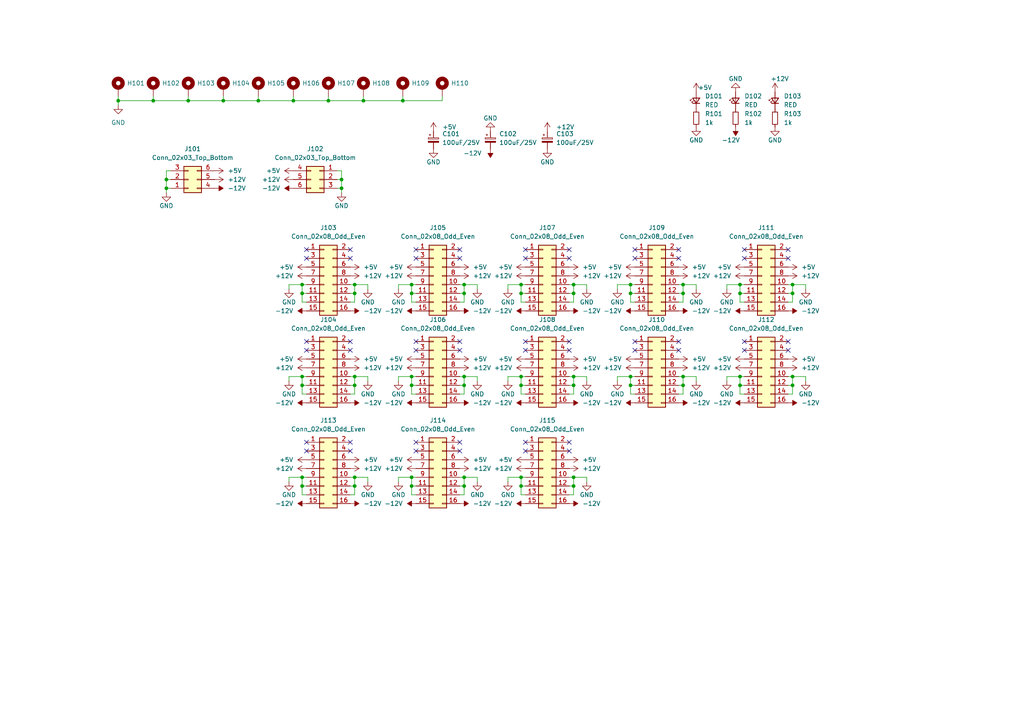
<source format=kicad_sch>
(kicad_sch (version 20230121) (generator eeschema)
  (paper "A4")
  (lib_symbols
    (symbol "Connector_Generic:Conn_02x03_Top_Bottom" (pin_names (offset 1.016) hide)
      (property "Reference" "J" (at 1.27 5.08 0))
      (property "Value" "Conn_02x03_Top_Bottom" (at 1.27 -5.08 0))
      (symbol "Conn_02x03_Top_Bottom_1_1"
        (rectangle (start -1.27 -2.413) (end 0 -2.667) (stroke (width 0.1524)))
        (rectangle (start -1.27 0.127) (end 0 -0.127) (stroke (width 0.1524)))
        (rectangle (start -1.27 2.667) (end 0 2.413) (stroke (width 0.1524)))
        (rectangle (start -1.27 3.81) (end 3.81 -3.81) (stroke (width 0.254)) (fill (type background)))
        (rectangle (start 3.81 -2.413) (end 2.54 -2.667) (stroke (width 0.1524)))
        (rectangle (start 3.81 0.127) (end 2.54 -0.127) (stroke (width 0.1524)))
        (rectangle (start 3.81 2.667) (end 2.54 2.413) (stroke (width 0.1524)))
        (pin passive line (at -5.08 2.54 0) (length 3.81) (name "Pin_1") (number "1"))
        (pin passive line (at -5.08 0 0) (length 3.81) (name "Pin_2") (number "2"))
        (pin passive line (at -5.08 -2.54 0) (length 3.81) (name "Pin_3") (number "3"))
        (pin passive line (at 7.62 2.54 180) (length 3.81) (name "Pin_4") (number "4"))
        (pin passive line (at 7.62 0 180) (length 3.81) (name "Pin_5") (number "5"))
        (pin passive line (at 7.62 -2.54 180) (length 3.81) (name "Pin_6") (number "6"))
      )
    )
    (symbol "Connector_Generic:Conn_02x08_Odd_Even" (pin_names (offset 1.016) hide)
      (property "Reference" "J" (at 1.27 10.16 0))
      (property "Value" "Conn_02x08_Odd_Even" (at 1.27 -12.7 0))
      (symbol "Conn_02x08_Odd_Even_1_1"
        (rectangle (start -1.27 -10.033) (end 0 -10.287) (stroke (width 0.1524)))
        (rectangle (start -1.27 -7.493) (end 0 -7.747) (stroke (width 0.1524)))
        (rectangle (start -1.27 -4.953) (end 0 -5.207) (stroke (width 0.1524)))
        (rectangle (start -1.27 -2.413) (end 0 -2.667) (stroke (width 0.1524)))
        (rectangle (start -1.27 0.127) (end 0 -0.127) (stroke (width 0.1524)))
        (rectangle (start -1.27 2.667) (end 0 2.413) (stroke (width 0.1524)))
        (rectangle (start -1.27 5.207) (end 0 4.953) (stroke (width 0.1524)))
        (rectangle (start -1.27 7.747) (end 0 7.493) (stroke (width 0.1524)))
        (rectangle (start -1.27 8.89) (end 3.81 -11.43) (stroke (width 0.254)) (fill (type background)))
        (rectangle (start 3.81 -10.033) (end 2.54 -10.287) (stroke (width 0.1524)))
        (rectangle (start 3.81 -7.493) (end 2.54 -7.747) (stroke (width 0.1524)))
        (rectangle (start 3.81 -4.953) (end 2.54 -5.207) (stroke (width 0.1524)))
        (rectangle (start 3.81 -2.413) (end 2.54 -2.667) (stroke (width 0.1524)))
        (rectangle (start 3.81 0.127) (end 2.54 -0.127) (stroke (width 0.1524)))
        (rectangle (start 3.81 2.667) (end 2.54 2.413) (stroke (width 0.1524)))
        (rectangle (start 3.81 5.207) (end 2.54 4.953) (stroke (width 0.1524)))
        (rectangle (start 3.81 7.747) (end 2.54 7.493) (stroke (width 0.1524)))
        (pin passive line (at -5.08 7.62 0) (length 3.81) (name "Pin_1") (number "1"))
        (pin passive line (at 7.62 -2.54 180) (length 3.81) (name "Pin_10") (number "10"))
        (pin passive line (at -5.08 -5.08 0) (length 3.81) (name "Pin_11") (number "11"))
        (pin passive line (at 7.62 -5.08 180) (length 3.81) (name "Pin_12") (number "12"))
        (pin passive line (at -5.08 -7.62 0) (length 3.81) (name "Pin_13") (number "13"))
        (pin passive line (at 7.62 -7.62 180) (length 3.81) (name "Pin_14") (number "14"))
        (pin passive line (at -5.08 -10.16 0) (length 3.81) (name "Pin_15") (number "15"))
        (pin passive line (at 7.62 -10.16 180) (length 3.81) (name "Pin_16") (number "16"))
        (pin passive line (at 7.62 7.62 180) (length 3.81) (name "Pin_2") (number "2"))
        (pin passive line (at -5.08 5.08 0) (length 3.81) (name "Pin_3") (number "3"))
        (pin passive line (at 7.62 5.08 180) (length 3.81) (name "Pin_4") (number "4"))
        (pin passive line (at -5.08 2.54 0) (length 3.81) (name "Pin_5") (number "5"))
        (pin passive line (at 7.62 2.54 180) (length 3.81) (name "Pin_6") (number "6"))
        (pin passive line (at -5.08 0 0) (length 3.81) (name "Pin_7") (number "7"))
        (pin passive line (at 7.62 0 180) (length 3.81) (name "Pin_8") (number "8"))
        (pin passive line (at -5.08 -2.54 0) (length 3.81) (name "Pin_9") (number "9"))
      )
    )
    (symbol "Device:C_Polarized_Small" (pin_numbers hide) (pin_names (offset 0.254) hide)
      (property "Reference" "C" (at 0.254 1.778 0))
      (property "Value" "C_Polarized_Small" (at 0.254 -2.032 0))
      (symbol "C_Polarized_Small_0_1"
        (rectangle (start -1.524 -0.3048) (end 1.524 -0.6858) (fill (type outline)))
        (rectangle (start -1.524 0.6858) (end 1.524 0.3048))
        (polyline (pts (xy -1.27 1.524) (xy -0.762 1.524)))
        (polyline (pts (xy -1.016 1.27) (xy -1.016 1.778)))
      )
      (symbol "C_Polarized_Small_1_1"
        (pin passive line (at 0 2.54 270) (length 1.8542) (name "~") (number "1"))
        (pin passive line (at 0 -2.54 90) (length 1.8542) (name "~") (number "2"))
      )
    )
    (symbol "Device:LED_Small" (pin_numbers hide) (pin_names (offset 0.254) hide)
      (property "Reference" "D" (at -1.27 3.175 0))
      (property "Value" "LED_Small" (at -4.445 -2.54 0))
      (symbol "LED_Small_0_1"
        (polyline (pts (xy -0.762 -1.016) (xy -0.762 1.016)) (stroke (width 0.254)))
        (polyline (pts (xy 1.016 0) (xy -0.762 0)))
        (polyline (pts (xy 0.762 -1.016) (xy -0.762 0) (xy 0.762 1.016) (xy 0.762 -1.016)) (stroke (width 0.254)))
        (polyline (pts (xy 0 0.762) (xy -0.508 1.27) (xy -0.254 1.27) (xy -0.508 1.27) (xy -0.508 1.016)))
        (polyline (pts (xy 0.508 1.27) (xy 0 1.778) (xy 0.254 1.778) (xy 0 1.778) (xy 0 1.524)))
      )
      (symbol "LED_Small_1_1"
        (pin passive line (at -2.54 0 0) (length 1.778) (name "K") (number "1"))
        (pin passive line (at 2.54 0 180) (length 1.778) (name "A") (number "2"))
      )
    )
    (symbol "Device:R_Small" (pin_numbers hide) (pin_names (offset 0.254) hide)
      (property "Reference" "R" (at 0.762 0.508 0))
      (property "Value" "R_Small" (at 0.762 -1.016 0))
      (symbol "R_Small_0_1"
        (rectangle (start -0.762 1.778) (end 0.762 -1.778) (stroke (width 0.2032)))
      )
      (symbol "R_Small_1_1"
        (pin passive line (at 0 2.54 270) (length 0.762) (name "~") (number "1"))
        (pin passive line (at 0 -2.54 90) (length 0.762) (name "~") (number "2"))
      )
    )
    (symbol "Mechanical:MountingHole_Pad" (pin_numbers hide) (pin_names (offset 1.016) hide)
      (property "Reference" "H" (at 0 6.35 0))
      (property "Value" "MountingHole_Pad" (at 0 4.445 0))
      (symbol "MountingHole_Pad_0_1"
        (circle (center 0 1.27) (radius 1.27) (stroke (width 1.27)))
      )
      (symbol "MountingHole_Pad_1_1"
        (pin input line (at 0 -2.54 90) (length 2.54) (name "1") (number "1"))
      )
    )
    (symbol "power:+12V" (power) (pin_names (offset 0))
      (property "Value" "+12V" (at 0 3.556 0))
      (symbol "+12V_0_1"
        (polyline (pts (xy -0.762 1.27) (xy 0 2.54)))
        (polyline (pts (xy 0 0) (xy 0 2.54)))
        (polyline (pts (xy 0 2.54) (xy 0.762 1.27)))
      )
      (symbol "+12V_1_1"
        (pin power_in line (at 0 0 90) (length 0) hide (name "+12V") (number "1"))
      )
    )
    (symbol "power:+5V" (power) (pin_names (offset 0))
      (property "Value" "+5V" (at 0 3.556 0))
      (symbol "+5V_0_1"
        (polyline (pts (xy -0.762 1.27) (xy 0 2.54)))
        (polyline (pts (xy 0 0) (xy 0 2.54)))
        (polyline (pts (xy 0 2.54) (xy 0.762 1.27)))
      )
      (symbol "+5V_1_1"
        (pin power_in line (at 0 0 90) (length 0) hide (name "+5V") (number "1"))
      )
    )
    (symbol "power:-12V" (power) (pin_names (offset 0))
      (property "Value" "-12V" (at 0 3.81 0))
      (symbol "-12V_0_0"
        (pin power_in line (at 0 0 90) (length 0) hide (name "-12V") (number "1"))
      )
      (symbol "-12V_0_1"
        (polyline (pts (xy 0 0) (xy 0 1.27) (xy 0.762 1.27) (xy 0 2.54) (xy -0.762 1.27) (xy 0 1.27)) (fill (type outline)))
      )
    )
    (symbol "power:GND" (power) (pin_names (offset 0))
      (property "Value" "GND" (at 0 -3.81 0))
      (symbol "GND_0_1"
        (polyline (pts (xy 0 0) (xy 0 -1.27) (xy 1.27 -1.27) (xy 0 -2.54) (xy -1.27 -1.27) (xy 0 -1.27)))
      )
      (symbol "GND_1_1"
        (pin power_in line (at 0 0 270) (length 0) hide (name "GND") (number "1"))
      )
    )
  )
  (junction (at 214.63 82.55))
  (junction (at 151.13 138.43))
  (junction (at 166.37 138.43))
  (junction (at 166.37 111.76))
  (junction (at 119.38 138.43))
  (junction (at 95.25 29.21))
  (junction (at 151.13 111.76))
  (junction (at 229.87 109.22))
  (junction (at 105.41 29.21))
  (junction (at 87.63 140.97))
  (junction (at 198.12 109.22))
  (junction (at 182.88 111.76))
  (junction (at 166.37 109.22))
  (junction (at 87.63 82.55))
  (junction (at 229.87 85.09))
  (junction (at 134.62 82.55))
  (junction (at 99.06 54.61))
  (junction (at 166.37 85.09))
  (junction (at 182.88 82.55))
  (junction (at 229.87 82.55))
  (junction (at 85.09 29.21))
  (junction (at 102.87 111.76))
  (junction (at 198.12 82.55))
  (junction (at 229.87 111.76))
  (junction (at 134.62 85.09))
  (junction (at 151.13 82.55))
  (junction (at 214.63 111.76))
  (junction (at 102.87 109.22))
  (junction (at 44.45 29.21))
  (junction (at 214.63 85.09))
  (junction (at 87.63 111.76))
  (junction (at 99.06 52.07))
  (junction (at 102.87 138.43))
  (junction (at 48.26 54.61))
  (junction (at 151.13 85.09))
  (junction (at 87.63 109.22))
  (junction (at 182.88 85.09))
  (junction (at 166.37 82.55))
  (junction (at 198.12 85.09))
  (junction (at 134.62 140.97))
  (junction (at 119.38 82.55))
  (junction (at 102.87 82.55))
  (junction (at 64.77 29.21))
  (junction (at 182.88 109.22))
  (junction (at 116.84 29.21))
  (junction (at 102.87 85.09))
  (junction (at 34.29 29.21))
  (junction (at 102.87 140.97))
  (junction (at 119.38 111.76))
  (junction (at 151.13 140.97))
  (junction (at 87.63 138.43))
  (junction (at 74.93 29.21))
  (junction (at 214.63 109.22))
  (junction (at 87.63 85.09))
  (junction (at 134.62 109.22))
  (junction (at 119.38 109.22))
  (junction (at 166.37 140.97))
  (junction (at 119.38 85.09))
  (junction (at 134.62 138.43))
  (junction (at 119.38 140.97))
  (junction (at 151.13 109.22))
  (junction (at 198.12 111.76))
  (junction (at 48.26 52.07))
  (junction (at 54.61 29.21))
  (junction (at 134.62 111.76))
  (no_connect (at 133.35 128.27))
  (no_connect (at 165.1 99.06))
  (no_connect (at 215.9 74.93))
  (no_connect (at 184.15 74.93))
  (no_connect (at 152.4 101.6))
  (no_connect (at 196.85 72.39))
  (no_connect (at 165.1 101.6))
  (no_connect (at 101.6 74.93))
  (no_connect (at 88.9 72.39))
  (no_connect (at 120.65 72.39))
  (no_connect (at 120.65 99.06))
  (no_connect (at 184.15 72.39))
  (no_connect (at 88.9 101.6))
  (no_connect (at 88.9 74.93))
  (no_connect (at 88.9 130.81))
  (no_connect (at 101.6 72.39))
  (no_connect (at 133.35 72.39))
  (no_connect (at 184.15 101.6))
  (no_connect (at 152.4 74.93))
  (no_connect (at 215.9 99.06))
  (no_connect (at 184.15 99.06))
  (no_connect (at 152.4 99.06))
  (no_connect (at 101.6 101.6))
  (no_connect (at 152.4 128.27))
  (no_connect (at 88.9 128.27))
  (no_connect (at 165.1 72.39))
  (no_connect (at 120.65 101.6))
  (no_connect (at 101.6 128.27))
  (no_connect (at 152.4 130.81))
  (no_connect (at 165.1 74.93))
  (no_connect (at 133.35 74.93))
  (no_connect (at 215.9 72.39))
  (no_connect (at 165.1 130.81))
  (no_connect (at 133.35 101.6))
  (no_connect (at 120.65 128.27))
  (no_connect (at 101.6 130.81))
  (no_connect (at 228.6 99.06))
  (no_connect (at 120.65 130.81))
  (no_connect (at 133.35 99.06))
  (no_connect (at 165.1 128.27))
  (no_connect (at 196.85 101.6))
  (no_connect (at 228.6 101.6))
  (no_connect (at 228.6 72.39))
  (no_connect (at 88.9 99.06))
  (no_connect (at 120.65 74.93))
  (no_connect (at 196.85 99.06))
  (no_connect (at 215.9 101.6))
  (no_connect (at 152.4 72.39))
  (no_connect (at 133.35 130.81))
  (no_connect (at 101.6 99.06))
  (no_connect (at 228.6 74.93))
  (no_connect (at 196.85 74.93))
  (wire (pts (xy 170.18 109.22) (xy 166.37 109.22)))
  (wire (pts (xy 170.18 82.55) (xy 166.37 82.55)))
  (wire (pts (xy 134.62 143.51) (xy 133.35 143.51)))
  (wire (pts (xy 64.77 29.21) (xy 74.93 29.21)))
  (wire (pts (xy 87.63 85.09) (xy 88.9 85.09)))
  (wire (pts (xy 198.12 111.76) (xy 198.12 114.3)))
  (wire (pts (xy 166.37 111.76) (xy 166.37 114.3)))
  (wire (pts (xy 182.88 85.09) (xy 182.88 87.63)))
  (wire (pts (xy 214.63 111.76) (xy 215.9 111.76)))
  (wire (pts (xy 87.63 87.63) (xy 88.9 87.63)))
  (wire (pts (xy 151.13 87.63) (xy 152.4 87.63)))
  (wire (pts (xy 102.87 87.63) (xy 101.6 87.63)))
  (wire (pts (xy 116.84 27.94) (xy 116.84 29.21)))
  (wire (pts (xy 48.26 52.07) (xy 49.53 52.07)))
  (wire (pts (xy 115.57 138.43) (xy 119.38 138.43)))
  (wire (pts (xy 101.6 138.43) (xy 102.87 138.43)))
  (wire (pts (xy 95.25 27.94) (xy 95.25 29.21)))
  (wire (pts (xy 115.57 83.82) (xy 115.57 82.55)))
  (wire (pts (xy 134.62 111.76) (xy 133.35 111.76)))
  (wire (pts (xy 214.63 114.3) (xy 215.9 114.3)))
  (wire (pts (xy 133.35 109.22) (xy 134.62 109.22)))
  (wire (pts (xy 166.37 114.3) (xy 165.1 114.3)))
  (wire (pts (xy 229.87 111.76) (xy 228.6 111.76)))
  (wire (pts (xy 88.9 82.55) (xy 87.63 82.55)))
  (wire (pts (xy 170.18 110.49) (xy 170.18 109.22)))
  (wire (pts (xy 87.63 82.55) (xy 87.63 85.09)))
  (wire (pts (xy 119.38 111.76) (xy 119.38 114.3)))
  (wire (pts (xy 147.32 138.43) (xy 151.13 138.43)))
  (wire (pts (xy 64.77 29.21) (xy 64.77 27.94)))
  (wire (pts (xy 198.12 85.09) (xy 196.85 85.09)))
  (wire (pts (xy 233.68 109.22) (xy 229.87 109.22)))
  (wire (pts (xy 214.63 85.09) (xy 215.9 85.09)))
  (wire (pts (xy 170.18 83.82) (xy 170.18 82.55)))
  (wire (pts (xy 87.63 109.22) (xy 87.63 111.76)))
  (wire (pts (xy 182.88 111.76) (xy 184.15 111.76)))
  (wire (pts (xy 166.37 85.09) (xy 166.37 87.63)))
  (wire (pts (xy 134.62 109.22) (xy 134.62 111.76)))
  (wire (pts (xy 138.43 109.22) (xy 134.62 109.22)))
  (wire (pts (xy 214.63 85.09) (xy 214.63 87.63)))
  (wire (pts (xy 166.37 87.63) (xy 165.1 87.63)))
  (wire (pts (xy 151.13 138.43) (xy 151.13 140.97)))
  (wire (pts (xy 138.43 139.7) (xy 138.43 138.43)))
  (wire (pts (xy 182.88 82.55) (xy 182.88 85.09)))
  (wire (pts (xy 102.87 140.97) (xy 101.6 140.97)))
  (wire (pts (xy 229.87 87.63) (xy 228.6 87.63)))
  (wire (pts (xy 198.12 87.63) (xy 196.85 87.63)))
  (wire (pts (xy 34.29 29.21) (xy 44.45 29.21)))
  (wire (pts (xy 105.41 29.21) (xy 116.84 29.21)))
  (wire (pts (xy 133.35 82.55) (xy 134.62 82.55)))
  (wire (pts (xy 133.35 138.43) (xy 134.62 138.43)))
  (wire (pts (xy 34.29 27.94) (xy 34.29 29.21)))
  (wire (pts (xy 44.45 29.21) (xy 54.61 29.21)))
  (wire (pts (xy 166.37 140.97) (xy 166.37 143.51)))
  (wire (pts (xy 119.38 140.97) (xy 119.38 143.51)))
  (wire (pts (xy 229.87 85.09) (xy 229.87 87.63)))
  (wire (pts (xy 196.85 82.55) (xy 198.12 82.55)))
  (wire (pts (xy 147.32 109.22) (xy 151.13 109.22)))
  (wire (pts (xy 102.87 85.09) (xy 102.87 87.63)))
  (wire (pts (xy 102.87 140.97) (xy 102.87 143.51)))
  (wire (pts (xy 184.15 109.22) (xy 182.88 109.22)))
  (wire (pts (xy 165.1 109.22) (xy 166.37 109.22)))
  (wire (pts (xy 48.26 49.53) (xy 49.53 49.53)))
  (wire (pts (xy 166.37 138.43) (xy 166.37 140.97)))
  (wire (pts (xy 106.68 139.7) (xy 106.68 138.43)))
  (wire (pts (xy 214.63 87.63) (xy 215.9 87.63)))
  (wire (pts (xy 102.87 111.76) (xy 101.6 111.76)))
  (wire (pts (xy 106.68 110.49) (xy 106.68 109.22)))
  (wire (pts (xy 44.45 27.94) (xy 44.45 29.21)))
  (wire (pts (xy 184.15 82.55) (xy 182.88 82.55)))
  (wire (pts (xy 151.13 143.51) (xy 152.4 143.51)))
  (wire (pts (xy 34.29 29.21) (xy 34.29 30.48)))
  (wire (pts (xy 166.37 140.97) (xy 165.1 140.97)))
  (wire (pts (xy 151.13 109.22) (xy 151.13 111.76)))
  (wire (pts (xy 101.6 109.22) (xy 102.87 109.22)))
  (wire (pts (xy 87.63 85.09) (xy 87.63 87.63)))
  (wire (pts (xy 102.87 138.43) (xy 102.87 140.97)))
  (wire (pts (xy 83.82 138.43) (xy 87.63 138.43)))
  (wire (pts (xy 101.6 82.55) (xy 102.87 82.55)))
  (wire (pts (xy 233.68 110.49) (xy 233.68 109.22)))
  (wire (pts (xy 214.63 82.55) (xy 214.63 85.09)))
  (wire (pts (xy 152.4 138.43) (xy 151.13 138.43)))
  (wire (pts (xy 128.27 27.94) (xy 128.27 29.21)))
  (wire (pts (xy 179.07 82.55) (xy 182.88 82.55)))
  (wire (pts (xy 99.06 52.07) (xy 99.06 49.53)))
  (wire (pts (xy 88.9 138.43) (xy 87.63 138.43)))
  (wire (pts (xy 85.09 27.94) (xy 85.09 29.21)))
  (wire (pts (xy 229.87 85.09) (xy 228.6 85.09)))
  (wire (pts (xy 49.53 54.61) (xy 48.26 54.61)))
  (wire (pts (xy 229.87 114.3) (xy 228.6 114.3)))
  (wire (pts (xy 74.93 29.21) (xy 85.09 29.21)))
  (wire (pts (xy 83.82 83.82) (xy 83.82 82.55)))
  (wire (pts (xy 102.87 82.55) (xy 102.87 85.09)))
  (wire (pts (xy 99.06 54.61) (xy 99.06 52.07)))
  (wire (pts (xy 54.61 29.21) (xy 64.77 29.21)))
  (wire (pts (xy 152.4 109.22) (xy 151.13 109.22)))
  (wire (pts (xy 228.6 82.55) (xy 229.87 82.55)))
  (wire (pts (xy 233.68 82.55) (xy 229.87 82.55)))
  (wire (pts (xy 138.43 110.49) (xy 138.43 109.22)))
  (wire (pts (xy 152.4 82.55) (xy 151.13 82.55)))
  (wire (pts (xy 83.82 82.55) (xy 87.63 82.55)))
  (wire (pts (xy 48.26 52.07) (xy 48.26 49.53)))
  (wire (pts (xy 134.62 85.09) (xy 133.35 85.09)))
  (wire (pts (xy 166.37 85.09) (xy 165.1 85.09)))
  (wire (pts (xy 120.65 138.43) (xy 119.38 138.43)))
  (wire (pts (xy 134.62 87.63) (xy 133.35 87.63)))
  (wire (pts (xy 182.88 114.3) (xy 184.15 114.3)))
  (wire (pts (xy 179.07 110.49) (xy 179.07 109.22)))
  (wire (pts (xy 119.38 143.51) (xy 120.65 143.51)))
  (wire (pts (xy 119.38 85.09) (xy 119.38 87.63)))
  (wire (pts (xy 134.62 114.3) (xy 133.35 114.3)))
  (wire (pts (xy 85.09 29.21) (xy 95.25 29.21)))
  (wire (pts (xy 134.62 82.55) (xy 134.62 85.09)))
  (wire (pts (xy 138.43 82.55) (xy 134.62 82.55)))
  (wire (pts (xy 210.82 82.55) (xy 214.63 82.55)))
  (wire (pts (xy 151.13 114.3) (xy 152.4 114.3)))
  (wire (pts (xy 88.9 109.22) (xy 87.63 109.22)))
  (wire (pts (xy 196.85 109.22) (xy 198.12 109.22)))
  (wire (pts (xy 95.25 29.21) (xy 105.41 29.21)))
  (wire (pts (xy 215.9 109.22) (xy 214.63 109.22)))
  (wire (pts (xy 119.38 114.3) (xy 120.65 114.3)))
  (wire (pts (xy 179.07 83.82) (xy 179.07 82.55)))
  (wire (pts (xy 119.38 111.76) (xy 120.65 111.76)))
  (wire (pts (xy 99.06 54.61) (xy 99.06 55.88)))
  (wire (pts (xy 102.87 111.76) (xy 102.87 114.3)))
  (wire (pts (xy 182.88 85.09) (xy 184.15 85.09)))
  (wire (pts (xy 87.63 138.43) (xy 87.63 140.97)))
  (wire (pts (xy 151.13 82.55) (xy 151.13 85.09)))
  (wire (pts (xy 179.07 109.22) (xy 182.88 109.22)))
  (wire (pts (xy 102.87 85.09) (xy 101.6 85.09)))
  (wire (pts (xy 87.63 111.76) (xy 88.9 111.76)))
  (wire (pts (xy 214.63 111.76) (xy 214.63 114.3)))
  (wire (pts (xy 106.68 109.22) (xy 102.87 109.22)))
  (wire (pts (xy 165.1 138.43) (xy 166.37 138.43)))
  (wire (pts (xy 87.63 140.97) (xy 88.9 140.97)))
  (wire (pts (xy 83.82 110.49) (xy 83.82 109.22)))
  (wire (pts (xy 134.62 111.76) (xy 134.62 114.3)))
  (wire (pts (xy 83.82 139.7) (xy 83.82 138.43)))
  (wire (pts (xy 48.26 54.61) (xy 48.26 55.88)))
  (wire (pts (xy 147.32 82.55) (xy 151.13 82.55)))
  (wire (pts (xy 229.87 111.76) (xy 229.87 114.3)))
  (wire (pts (xy 151.13 140.97) (xy 151.13 143.51)))
  (wire (pts (xy 170.18 138.43) (xy 166.37 138.43)))
  (wire (pts (xy 151.13 85.09) (xy 152.4 85.09)))
  (wire (pts (xy 166.37 111.76) (xy 165.1 111.76)))
  (wire (pts (xy 134.62 140.97) (xy 134.62 143.51)))
  (wire (pts (xy 105.41 29.21) (xy 105.41 27.94)))
  (wire (pts (xy 119.38 140.97) (xy 120.65 140.97)))
  (wire (pts (xy 147.32 110.49) (xy 147.32 109.22)))
  (wire (pts (xy 151.13 111.76) (xy 152.4 111.76)))
  (wire (pts (xy 97.79 54.61) (xy 99.06 54.61)))
  (wire (pts (xy 215.9 82.55) (xy 214.63 82.55)))
  (wire (pts (xy 229.87 82.55) (xy 229.87 85.09)))
  (wire (pts (xy 116.84 29.21) (xy 128.27 29.21)))
  (wire (pts (xy 120.65 109.22) (xy 119.38 109.22)))
  (wire (pts (xy 106.68 83.82) (xy 106.68 82.55)))
  (wire (pts (xy 87.63 114.3) (xy 88.9 114.3)))
  (wire (pts (xy 170.18 139.7) (xy 170.18 138.43)))
  (wire (pts (xy 210.82 110.49) (xy 210.82 109.22)))
  (wire (pts (xy 115.57 139.7) (xy 115.57 138.43)))
  (wire (pts (xy 120.65 82.55) (xy 119.38 82.55)))
  (wire (pts (xy 147.32 139.7) (xy 147.32 138.43)))
  (wire (pts (xy 210.82 83.82) (xy 210.82 82.55)))
  (wire (pts (xy 115.57 110.49) (xy 115.57 109.22)))
  (wire (pts (xy 48.26 54.61) (xy 48.26 52.07)))
  (wire (pts (xy 138.43 83.82) (xy 138.43 82.55)))
  (wire (pts (xy 165.1 82.55) (xy 166.37 82.55)))
  (wire (pts (xy 182.88 109.22) (xy 182.88 111.76)))
  (wire (pts (xy 134.62 85.09) (xy 134.62 87.63)))
  (wire (pts (xy 102.87 114.3) (xy 101.6 114.3)))
  (wire (pts (xy 182.88 111.76) (xy 182.88 114.3)))
  (wire (pts (xy 198.12 109.22) (xy 198.12 111.76)))
  (wire (pts (xy 198.12 111.76) (xy 196.85 111.76)))
  (wire (pts (xy 166.37 143.51) (xy 165.1 143.51)))
  (wire (pts (xy 138.43 138.43) (xy 134.62 138.43)))
  (wire (pts (xy 119.38 85.09) (xy 120.65 85.09)))
  (wire (pts (xy 147.32 83.82) (xy 147.32 82.55)))
  (wire (pts (xy 134.62 138.43) (xy 134.62 140.97)))
  (wire (pts (xy 228.6 109.22) (xy 229.87 109.22)))
  (wire (pts (xy 198.12 82.55) (xy 198.12 85.09)))
  (wire (pts (xy 119.38 138.43) (xy 119.38 140.97)))
  (wire (pts (xy 106.68 138.43) (xy 102.87 138.43)))
  (wire (pts (xy 134.62 140.97) (xy 133.35 140.97)))
  (wire (pts (xy 119.38 82.55) (xy 119.38 85.09)))
  (wire (pts (xy 102.87 109.22) (xy 102.87 111.76)))
  (wire (pts (xy 233.68 83.82) (xy 233.68 82.55)))
  (wire (pts (xy 151.13 140.97) (xy 152.4 140.97)))
  (wire (pts (xy 166.37 82.55) (xy 166.37 85.09)))
  (wire (pts (xy 198.12 114.3) (xy 196.85 114.3)))
  (wire (pts (xy 201.93 110.49) (xy 201.93 109.22)))
  (wire (pts (xy 87.63 140.97) (xy 87.63 143.51)))
  (wire (pts (xy 115.57 82.55) (xy 119.38 82.55)))
  (wire (pts (xy 106.68 82.55) (xy 102.87 82.55)))
  (wire (pts (xy 166.37 109.22) (xy 166.37 111.76)))
  (wire (pts (xy 119.38 109.22) (xy 119.38 111.76)))
  (wire (pts (xy 74.93 27.94) (xy 74.93 29.21)))
  (wire (pts (xy 229.87 109.22) (xy 229.87 111.76)))
  (wire (pts (xy 102.87 143.51) (xy 101.6 143.51)))
  (wire (pts (xy 151.13 111.76) (xy 151.13 114.3)))
  (wire (pts (xy 54.61 27.94) (xy 54.61 29.21)))
  (wire (pts (xy 83.82 109.22) (xy 87.63 109.22)))
  (wire (pts (xy 210.82 109.22) (xy 214.63 109.22)))
  (wire (pts (xy 99.06 52.07) (xy 97.79 52.07)))
  (wire (pts (xy 201.93 83.82) (xy 201.93 82.55)))
  (wire (pts (xy 99.06 49.53) (xy 97.79 49.53)))
  (wire (pts (xy 201.93 109.22) (xy 198.12 109.22)))
  (wire (pts (xy 214.63 109.22) (xy 214.63 111.76)))
  (wire (pts (xy 201.93 82.55) (xy 198.12 82.55)))
  (wire (pts (xy 87.63 143.51) (xy 88.9 143.51)))
  (wire (pts (xy 151.13 85.09) (xy 151.13 87.63)))
  (wire (pts (xy 119.38 87.63) (xy 120.65 87.63)))
  (wire (pts (xy 182.88 87.63) (xy 184.15 87.63)))
  (wire (pts (xy 198.12 85.09) (xy 198.12 87.63)))
  (wire (pts (xy 115.57 109.22) (xy 119.38 109.22)))
  (wire (pts (xy 87.63 111.76) (xy 87.63 114.3)))
  (symbol (lib_id "power:GND") (at 179.07 83.82 0) (unit 1)
    (property "Reference" "#PWR0164" (effects hide))
    (property "Value" "GND" (at 179.07 87.63 0))
  )
  (symbol (lib_id "power:-12V") (at 133.35 116.84 270) (unit 1)
    (property "Reference" "#PWR0141" (effects hide))
    (property "Value" "-12V" (at 137.16 116.8399 90) (effects (justify left)))
  )
  (symbol (lib_id "power:-12V") (at 62.23 54.61 270) (unit 1)
    (property "Reference" "#PWR0105" (effects hide))
    (property "Value" "-12V" (at 66.04 54.6099 90) (effects (justify left)))
  )
  (symbol (lib_id "power:+5V") (at 88.9 133.35 90) (unit 1)
    (property "Reference" "#PWR0203" (effects hide))
    (property "Value" "+5V" (at 85.09 133.3499 90) (effects (justify left)))
  )
  (symbol (lib_id "power:-12V") (at 184.15 90.17 90) (unit 1)
    (property "Reference" "#PWR0168" (effects hide))
    (property "Value" "-12V" (at 180.34 90.1699 90) (effects (justify left)))
  )
  (symbol (lib_id "power:+5V") (at 196.85 104.14 270) (unit 1)
    (property "Reference" "#PWR0175" (effects hide))
    (property "Value" "+5V" (at 200.66 104.1399 90) (effects (justify left)))
  )
  (symbol (lib_id "Connector_Generic:Conn_02x08_Odd_Even") (at 220.98 106.68 0) (unit 1)
    (property "Reference" "J112" (at 222.25 92.71 0))
    (property "Value" "Conn_02x08_Odd_Even" (at 222.25 95.25 0))
    (property "Footprint" "Connector_IDC:IDC-Header_2x08_P2.54mm_Vertical" (effects hide))
  )
  (symbol (lib_id "Device:R_Small") (at 224.79 34.29 0) (unit 1)
    (property "Reference" "R103" (at 227.33 33.0199 0) (effects (justify left)))
    (property "Value" "1k" (at 227.33 35.5599 0) (effects (justify left)))
    (property "Footprint" "Resistor_SMD:R_0603_1608Metric" (effects hide))
  )
  (symbol (lib_id "Connector_Generic:Conn_02x08_Odd_Even") (at 125.73 135.89 0) (unit 1)
    (property "Reference" "J114" (at 127 121.92 0))
    (property "Value" "Conn_02x08_Odd_Even" (at 127 124.46 0))
    (property "Footprint" "Connector_IDC:IDC-Header_2x08_P2.54mm_Vertical" (effects hide))
  )
  (symbol (lib_id "power:GND") (at 83.82 110.49 0) (unit 1)
    (property "Reference" "#PWR0107" (effects hide))
    (property "Value" "GND" (at 83.82 114.3 0))
  )
  (symbol (lib_id "power:-12V") (at 152.4 146.05 90) (unit 1)
    (property "Reference" "#PWR0221" (effects hide))
    (property "Value" "-12V" (at 148.59 146.0499 90) (effects (justify left)))
  )
  (symbol (lib_id "Device:R_Small") (at 213.36 34.29 0) (unit 1)
    (property "Reference" "R102" (at 215.9 33.0199 0) (effects (justify left)))
    (property "Value" "1k" (at 215.9 35.5599 0) (effects (justify left)))
    (property "Footprint" "Resistor_SMD:R_0603_1608Metric" (effects hide))
  )
  (symbol (lib_id "power:-12V") (at 196.85 116.84 270) (unit 1)
    (property "Reference" "#PWR0177" (effects hide))
    (property "Value" "-12V" (at 200.66 116.8399 90) (effects (justify left)))
  )
  (symbol (lib_id "Mechanical:MountingHole_Pad") (at 85.09 25.4 0) (unit 1)
    (property "Reference" "H106" (at 87.63 24.1299 0) (effects (justify left)))
    (property "Value" "MountingHole_Pad" (effects hide))
    (property "Footprint" "MountingHole:MountingHole_3.2mm_M3_Pad_Via" (effects hide))
  )
  (symbol (lib_id "power:-12V") (at 215.9 90.17 90) (unit 1)
    (property "Reference" "#PWR0188" (effects hide))
    (property "Value" "-12V" (at 212.09 90.1699 90) (effects (justify left)))
  )
  (symbol (lib_id "power:+5V") (at 85.09 49.53 90) (mirror x) (unit 1)
    (property "Reference" "#PWR0108" (effects hide))
    (property "Value" "+5V" (at 81.28 49.5299 90) (effects (justify left)))
  )
  (symbol (lib_id "power:-12V") (at 88.9 116.84 90) (unit 1)
    (property "Reference" "#PWR0116" (effects hide))
    (property "Value" "-12V" (at 85.09 116.8399 90) (effects (justify left)))
  )
  (symbol (lib_id "power:+5V") (at 228.6 77.47 270) (unit 1)
    (property "Reference" "#PWR0194" (effects hide))
    (property "Value" "+5V" (at 232.41 77.4699 90) (effects (justify left)))
  )
  (symbol (lib_id "power:-12V") (at 88.9 90.17 90) (unit 1)
    (property "Reference" "#PWR0113" (effects hide))
    (property "Value" "-12V" (at 85.09 90.1699 90) (effects (justify left)))
  )
  (symbol (lib_id "power:-12V") (at 85.09 54.61 90) (mirror x) (unit 1)
    (property "Reference" "#PWR0110" (effects hide))
    (property "Value" "-12V" (at 81.28 54.6099 90) (effects (justify left)))
  )
  (symbol (lib_id "Device:C_Polarized_Small") (at 125.73 40.64 0) (unit 1)
    (property "Reference" "C101" (at 128.27 38.8238 0) (effects (justify left)))
    (property "Value" "100uF/25V" (at 128.27 41.3638 0) (effects (justify left)))
    (property "Footprint" "Capacitor_SMD:CP_Elec_6.3x7.7" (effects hide))
    (property "Wurth" "865060445005" (effects hide))
  )
  (symbol (lib_id "power:+5V") (at 201.93 26.67 0) (mirror y) (unit 1)
    (property "Reference" "#PWR0178" (effects hide))
    (property "Value" "+5V" (at 204.47 25.3999 0))
  )
  (symbol (lib_id "power:+12V") (at 88.9 106.68 90) (unit 1)
    (property "Reference" "#PWR0115" (effects hide))
    (property "Value" "+12V" (at 85.09 106.6799 90) (effects (justify left)))
  )
  (symbol (lib_id "power:GND") (at 48.26 55.88 0) (unit 1)
    (property "Reference" "#PWR0102" (effects hide))
    (property "Value" "GND" (at 48.26 59.69 0))
  )
  (symbol (lib_id "power:GND") (at 142.24 38.1 0) (mirror x) (unit 1)
    (property "Reference" "#PWR0144" (effects hide))
    (property "Value" "GND" (at 142.24 34.29 0))
  )
  (symbol (lib_id "power:GND") (at 170.18 83.82 0) (mirror y) (unit 1)
    (property "Reference" "#PWR0162" (effects hide))
    (property "Value" "GND" (at 170.18 87.63 0))
  )
  (symbol (lib_id "power:GND") (at 106.68 139.7 0) (mirror y) (unit 1)
    (property "Reference" "#PWR0209" (effects hide))
    (property "Value" "GND" (at 106.68 143.51 0))
  )
  (symbol (lib_id "power:GND") (at 224.79 36.83 0) (mirror y) (unit 1)
    (property "Reference" "#PWR0193" (effects hide))
    (property "Value" "GND" (at 224.79 40.64 0))
  )
  (symbol (lib_id "power:-12V") (at 101.6 116.84 270) (unit 1)
    (property "Reference" "#PWR0123" (effects hide))
    (property "Value" "-12V" (at 105.41 116.8399 90) (effects (justify left)))
  )
  (symbol (lib_id "power:-12V") (at 120.65 146.05 90) (unit 1)
    (property "Reference" "#PWR0213" (effects hide))
    (property "Value" "-12V" (at 116.84 146.0499 90) (effects (justify left)))
  )
  (symbol (lib_id "power:+5V") (at 165.1 104.14 270) (unit 1)
    (property "Reference" "#PWR0159" (effects hide))
    (property "Value" "+5V" (at 168.91 104.1399 90) (effects (justify left)))
  )
  (symbol (lib_id "power:+12V") (at 152.4 80.01 90) (unit 1)
    (property "Reference" "#PWR0149" (effects hide))
    (property "Value" "+12V" (at 148.59 80.0099 90) (effects (justify left)))
  )
  (symbol (lib_id "power:+12V") (at 101.6 106.68 270) (unit 1)
    (property "Reference" "#PWR0122" (effects hide))
    (property "Value" "+12V" (at 105.41 106.6799 90) (effects (justify left)))
  )
  (symbol (lib_id "power:+12V") (at 165.1 106.68 270) (unit 1)
    (property "Reference" "#PWR0160" (effects hide))
    (property "Value" "+12V" (at 168.91 106.6799 90) (effects (justify left)))
  )
  (symbol (lib_id "power:+5V") (at 215.9 104.14 90) (unit 1)
    (property "Reference" "#PWR0189" (effects hide))
    (property "Value" "+5V" (at 212.09 104.1399 90) (effects (justify left)))
  )
  (symbol (lib_id "Connector_Generic:Conn_02x08_Odd_Even") (at 157.48 106.68 0) (unit 1)
    (property "Reference" "J108" (at 158.75 92.71 0))
    (property "Value" "Conn_02x08_Odd_Even" (at 158.75 95.25 0))
    (property "Footprint" "Connector_IDC:IDC-Header_2x08_P2.54mm_Vertical" (effects hide))
  )
  (symbol (lib_id "power:+5V") (at 125.73 38.1 0) (mirror y) (unit 1)
    (property "Reference" "#PWR0134" (effects hide))
    (property "Value" "+5V" (at 128.27 36.8299 0) (effects (justify right)))
  )
  (symbol (lib_id "power:+5V") (at 152.4 104.14 90) (unit 1)
    (property "Reference" "#PWR0151" (effects hide))
    (property "Value" "+5V" (at 148.59 104.1399 90) (effects (justify left)))
  )
  (symbol (lib_id "power:-12V") (at 88.9 146.05 90) (unit 1)
    (property "Reference" "#PWR0205" (effects hide))
    (property "Value" "-12V" (at 85.09 146.0499 90) (effects (justify left)))
  )
  (symbol (lib_id "power:-12V") (at 213.36 36.83 0) (mirror x) (unit 1)
    (property "Reference" "#PWR0185" (effects hide))
    (property "Value" "-12V" (at 214.63 40.64 0) (effects (justify right)))
  )
  (symbol (lib_id "power:GND") (at 201.93 110.49 0) (mirror y) (unit 1)
    (property "Reference" "#PWR0181" (effects hide))
    (property "Value" "GND" (at 201.93 114.3 0))
  )
  (symbol (lib_id "Connector_Generic:Conn_02x08_Odd_Even") (at 93.98 135.89 0) (unit 1)
    (property "Reference" "J113" (at 95.25 121.92 0))
    (property "Value" "Conn_02x08_Odd_Even" (at 95.25 124.46 0))
    (property "Footprint" "Connector_IDC:IDC-Header_2x08_P2.54mm_Vertical" (effects hide))
  )
  (symbol (lib_id "power:+5V") (at 196.85 77.47 270) (unit 1)
    (property "Reference" "#PWR0172" (effects hide))
    (property "Value" "+5V" (at 200.66 77.4699 90) (effects (justify left)))
  )
  (symbol (lib_id "power:-12V") (at 165.1 116.84 270) (unit 1)
    (property "Reference" "#PWR0161" (effects hide))
    (property "Value" "-12V" (at 168.91 116.8399 90) (effects (justify left)))
  )
  (symbol (lib_id "power:-12V") (at 152.4 90.17 90) (unit 1)
    (property "Reference" "#PWR0150" (effects hide))
    (property "Value" "-12V" (at 148.59 90.1699 90) (effects (justify left)))
  )
  (symbol (lib_id "power:+5V") (at 152.4 77.47 90) (unit 1)
    (property "Reference" "#PWR0148" (effects hide))
    (property "Value" "+5V" (at 148.59 77.4699 90) (effects (justify left)))
  )
  (symbol (lib_id "Connector_Generic:Conn_02x08_Odd_Even") (at 93.98 80.01 0) (unit 1)
    (property "Reference" "J103" (at 95.25 66.04 0))
    (property "Value" "Conn_02x08_Odd_Even" (at 95.25 68.58 0))
    (property "Footprint" "Connector_IDC:IDC-Header_2x08_P2.54mm_Vertical" (effects hide))
  )
  (symbol (lib_id "power:-12V") (at 101.6 90.17 270) (unit 1)
    (property "Reference" "#PWR0120" (effects hide))
    (property "Value" "-12V" (at 105.41 90.1699 90) (effects (justify left)))
  )
  (symbol (lib_id "power:+5V") (at 120.65 77.47 90) (unit 1)
    (property "Reference" "#PWR0128" (effects hide))
    (property "Value" "+5V" (at 116.84 77.4699 90) (effects (justify left)))
  )
  (symbol (lib_id "power:GND") (at 213.36 26.67 0) (mirror x) (unit 1)
    (property "Reference" "#PWR0184" (effects hide))
    (property "Value" "GND" (at 213.36 22.86 0))
  )
  (symbol (lib_id "power:GND") (at 201.93 83.82 0) (mirror y) (unit 1)
    (property "Reference" "#PWR0180" (effects hide))
    (property "Value" "GND" (at 201.93 87.63 0))
  )
  (symbol (lib_id "power:+5V") (at 101.6 104.14 270) (unit 1)
    (property "Reference" "#PWR0121" (effects hide))
    (property "Value" "+5V" (at 105.41 104.1399 90) (effects (justify left)))
  )
  (symbol (lib_id "power:+5V") (at 184.15 104.14 90) (unit 1)
    (property "Reference" "#PWR0169" (effects hide))
    (property "Value" "+5V" (at 180.34 104.1399 90) (effects (justify left)))
  )
  (symbol (lib_id "Mechanical:MountingHole_Pad") (at 54.61 25.4 0) (unit 1)
    (property "Reference" "H103" (at 57.15 24.1299 0) (effects (justify left)))
    (property "Value" "MountingHole_Pad" (effects hide))
    (property "Footprint" "MountingHole:MountingHole_3.2mm_M3_Pad_Via" (effects hide))
  )
  (symbol (lib_id "power:+5V") (at 101.6 133.35 270) (unit 1)
    (property "Reference" "#PWR0206" (effects hide))
    (property "Value" "+5V" (at 105.41 133.3499 90) (effects (justify left)))
  )
  (symbol (lib_id "power:GND") (at 147.32 139.7 0) (unit 1)
    (property "Reference" "#PWR0218" (effects hide))
    (property "Value" "GND" (at 147.32 143.51 0))
  )
  (symbol (lib_id "power:+12V") (at 165.1 80.01 270) (unit 1)
    (property "Reference" "#PWR0157" (effects hide))
    (property "Value" "+12V" (at 168.91 80.0099 90) (effects (justify left)))
  )
  (symbol (lib_id "Connector_Generic:Conn_02x08_Odd_Even") (at 157.48 135.89 0) (unit 1)
    (property "Reference" "J115" (at 158.75 121.92 0))
    (property "Value" "Conn_02x08_Odd_Even" (at 158.75 124.46 0))
    (property "Footprint" "Connector_IDC:IDC-Header_2x08_P2.54mm_Vertical" (effects hide))
  )
  (symbol (lib_id "Connector_Generic:Conn_02x08_Odd_Even") (at 220.98 80.01 0) (unit 1)
    (property "Reference" "J111" (at 222.25 66.04 0))
    (property "Value" "Conn_02x08_Odd_Even" (at 222.25 68.58 0))
    (property "Footprint" "Connector_IDC:IDC-Header_2x08_P2.54mm_Vertical" (effects hide))
  )
  (symbol (lib_id "power:+12V") (at 133.35 80.01 270) (unit 1)
    (property "Reference" "#PWR0137" (effects hide))
    (property "Value" "+12V" (at 137.16 80.0099 90) (effects (justify left)))
  )
  (symbol (lib_id "power:-12V") (at 152.4 116.84 90) (unit 1)
    (property "Reference" "#PWR0153" (effects hide))
    (property "Value" "-12V" (at 148.59 116.8399 90) (effects (justify left)))
  )
  (symbol (lib_id "power:+12V") (at 62.23 52.07 270) (unit 1)
    (property "Reference" "#PWR0104" (effects hide))
    (property "Value" "+12V" (at 66.04 52.0699 90) (effects (justify left)))
  )
  (symbol (lib_id "power:+12V") (at 101.6 135.89 270) (unit 1)
    (property "Reference" "#PWR0207" (effects hide))
    (property "Value" "+12V" (at 105.41 135.8899 90) (effects (justify left)))
  )
  (symbol (lib_id "power:GND") (at 125.73 43.18 0) (mirror y) (unit 1)
    (property "Reference" "#PWR0135" (effects hide))
    (property "Value" "GND" (at 125.73 46.99 0))
  )
  (symbol (lib_id "power:+12V") (at 133.35 106.68 270) (unit 1)
    (property "Reference" "#PWR0140" (effects hide))
    (property "Value" "+12V" (at 137.16 106.6799 90) (effects (justify left)))
  )
  (symbol (lib_id "power:GND") (at 115.57 83.82 0) (unit 1)
    (property "Reference" "#PWR0126" (effects hide))
    (property "Value" "GND" (at 115.57 87.63 0))
  )
  (symbol (lib_id "power:GND") (at 106.68 110.49 0) (mirror y) (unit 1)
    (property "Reference" "#PWR0125" (effects hide))
    (property "Value" "GND" (at 106.68 114.3 0))
  )
  (symbol (lib_id "power:+12V") (at 158.75 38.1 0) (mirror y) (unit 1)
    (property "Reference" "#PWR0154" (effects hide))
    (property "Value" "+12V" (at 161.29 36.8299 0) (effects (justify right)))
  )
  (symbol (lib_id "power:GND") (at 170.18 110.49 0) (mirror y) (unit 1)
    (property "Reference" "#PWR0163" (effects hide))
    (property "Value" "GND" (at 170.18 114.3 0))
  )
  (symbol (lib_id "power:+5V") (at 165.1 133.35 270) (unit 1)
    (property "Reference" "#PWR0222" (effects hide))
    (property "Value" "+5V" (at 168.91 133.3499 90) (effects (justify left)))
  )
  (symbol (lib_id "power:+5V") (at 62.23 49.53 270) (unit 1)
    (property "Reference" "#PWR0103" (effects hide))
    (property "Value" "+5V" (at 66.04 49.5299 90) (effects (justify left)))
  )
  (symbol (lib_id "Mechanical:MountingHole_Pad") (at 116.84 25.4 0) (unit 1)
    (property "Reference" "H109" (at 119.38 24.1299 0) (effects (justify left)))
    (property "Value" "MountingHole_Pad" (effects hide))
    (property "Footprint" "MountingHole:MountingHole_3.2mm_M3_Pad_Via" (effects hide))
  )
  (symbol (lib_id "power:+5V") (at 133.35 133.35 270) (unit 1)
    (property "Reference" "#PWR0214" (effects hide))
    (property "Value" "+5V" (at 137.16 133.3499 90) (effects (justify left)))
  )
  (symbol (lib_id "power:GND") (at 233.68 110.49 0) (mirror y) (unit 1)
    (property "Reference" "#PWR0201" (effects hide))
    (property "Value" "GND" (at 233.68 114.3 0))
  )
  (symbol (lib_id "Device:LED_Small") (at 224.79 29.21 90) (unit 1)
    (property "Reference" "D103" (at 227.33 27.8764 90) (effects (justify right)))
    (property "Value" "RED" (at 227.33 30.4164 90) (effects (justify right)))
    (property "Footprint" "LED_SMD:LED_0603_1608Metric" (effects hide))
  )
  (symbol (lib_id "power:+12V") (at 152.4 106.68 90) (unit 1)
    (property "Reference" "#PWR0152" (effects hide))
    (property "Value" "+12V" (at 148.59 106.6799 90) (effects (justify left)))
  )
  (symbol (lib_id "power:-12V") (at 120.65 90.17 90) (unit 1)
    (property "Reference" "#PWR0130" (effects hide))
    (property "Value" "-12V" (at 116.84 90.1699 90) (effects (justify left)))
  )
  (symbol (lib_id "Device:R_Small") (at 201.93 34.29 0) (unit 1)
    (property "Reference" "R101" (at 204.47 33.0199 0) (effects (justify left)))
    (property "Value" "1k" (at 204.47 35.5599 0) (effects (justify left)))
    (property "Footprint" "Resistor_SMD:R_0603_1608Metric" (effects hide))
  )
  (symbol (lib_id "power:+5V") (at 215.9 77.47 90) (unit 1)
    (property "Reference" "#PWR0186" (effects hide))
    (property "Value" "+5V" (at 212.09 77.4699 90) (effects (justify left)))
  )
  (symbol (lib_id "power:-12V") (at 196.85 90.17 270) (unit 1)
    (property "Reference" "#PWR0174" (effects hide))
    (property "Value" "-12V" (at 200.66 90.1699 90) (effects (justify left)))
  )
  (symbol (lib_id "power:+12V") (at 184.15 106.68 90) (unit 1)
    (property "Reference" "#PWR0170" (effects hide))
    (property "Value" "+12V" (at 180.34 106.6799 90) (effects (justify left)))
  )
  (symbol (lib_id "power:GND") (at 179.07 110.49 0) (unit 1)
    (property "Reference" "#PWR0165" (effects hide))
    (property "Value" "GND" (at 179.07 114.3 0))
  )
  (symbol (lib_id "Mechanical:MountingHole_Pad") (at 95.25 25.4 0) (unit 1)
    (property "Reference" "H107" (at 97.79 24.1299 0) (effects (justify left)))
    (property "Value" "MountingHole_Pad" (effects hide))
    (property "Footprint" "MountingHole:MountingHole_3.2mm_M3_Pad_Via" (effects hide))
  )
  (symbol (lib_id "Connector_Generic:Conn_02x08_Odd_Even") (at 93.98 106.68 0) (unit 1)
    (property "Reference" "J104" (at 95.25 92.71 0))
    (property "Value" "Conn_02x08_Odd_Even" (at 95.25 95.25 0))
    (property "Footprint" "Connector_IDC:IDC-Header_2x08_P2.54mm_Vertical" (effects hide))
  )
  (symbol (lib_id "Connector_Generic:Conn_02x08_Odd_Even") (at 125.73 80.01 0) (unit 1)
    (property "Reference" "J105" (at 127 66.04 0))
    (property "Value" "Conn_02x08_Odd_Even" (at 127 68.58 0))
    (property "Footprint" "Connector_IDC:IDC-Header_2x08_P2.54mm_Vertical" (effects hide))
  )
  (symbol (lib_id "power:+5V") (at 88.9 104.14 90) (unit 1)
    (property "Reference" "#PWR0114" (effects hide))
    (property "Value" "+5V" (at 85.09 104.1399 90) (effects (justify left)))
  )
  (symbol (lib_id "power:GND") (at 147.32 110.49 0) (unit 1)
    (property "Reference" "#PWR0147" (effects hide))
    (property "Value" "GND" (at 147.32 114.3 0))
  )
  (symbol (lib_id "Mechanical:MountingHole_Pad") (at 34.29 25.4 0) (unit 1)
    (property "Reference" "H101" (at 36.83 24.1299 0) (effects (justify left)))
    (property "Value" "MountingHole_Pad" (effects hide))
    (property "Footprint" "MountingHole:MountingHole_3.2mm_M3_Pad_Via" (effects hide))
  )
  (symbol (lib_id "power:+12V") (at 228.6 80.01 270) (unit 1)
    (property "Reference" "#PWR0195" (effects hide))
    (property "Value" "+12V" (at 232.41 80.0099 90) (effects (justify left)))
  )
  (symbol (lib_id "power:+5V") (at 120.65 133.35 90) (unit 1)
    (property "Reference" "#PWR0211" (effects hide))
    (property "Value" "+5V" (at 116.84 133.3499 90) (effects (justify left)))
  )
  (symbol (lib_id "power:GND") (at 158.75 43.18 0) (mirror y) (unit 1)
    (property "Reference" "#PWR0155" (effects hide))
    (property "Value" "GND" (at 158.75 46.99 0))
  )
  (symbol (lib_id "power:GND") (at 138.43 139.7 0) (mirror y) (unit 1)
    (property "Reference" "#PWR0217" (effects hide))
    (property "Value" "GND" (at 138.43 143.51 0))
  )
  (symbol (lib_id "power:-12V") (at 165.1 90.17 270) (unit 1)
    (property "Reference" "#PWR0158" (effects hide))
    (property "Value" "-12V" (at 168.91 90.1699 90) (effects (justify left)))
  )
  (symbol (lib_id "power:GND") (at 233.68 83.82 0) (mirror y) (unit 1)
    (property "Reference" "#PWR0200" (effects hide))
    (property "Value" "GND" (at 233.68 87.63 0))
  )
  (symbol (lib_id "power:+12V") (at 165.1 135.89 270) (unit 1)
    (property "Reference" "#PWR0223" (effects hide))
    (property "Value" "+12V" (at 168.91 135.8899 90) (effects (justify left)))
  )
  (symbol (lib_id "power:+12V") (at 120.65 80.01 90) (unit 1)
    (property "Reference" "#PWR0129" (effects hide))
    (property "Value" "+12V" (at 116.84 80.0099 90) (effects (justify left)))
  )
  (symbol (lib_id "power:GND") (at 138.43 83.82 0) (mirror y) (unit 1)
    (property "Reference" "#PWR0142" (effects hide))
    (property "Value" "GND" (at 138.43 87.63 0))
  )
  (symbol (lib_id "Mechanical:MountingHole_Pad") (at 74.93 25.4 0) (unit 1)
    (property "Reference" "H105" (at 77.47 24.1299 0) (effects (justify left)))
    (property "Value" "MountingHole_Pad" (effects hide))
    (property "Footprint" "MountingHole:MountingHole_3.2mm_M3_Pad_Via" (effects hide))
  )
  (symbol (lib_id "power:-12V") (at 120.65 116.84 90) (unit 1)
    (property "Reference" "#PWR0133" (effects hide))
    (property "Value" "-12V" (at 116.84 116.8399 90) (effects (justify left)))
  )
  (symbol (lib_id "power:+5V") (at 88.9 77.47 90) (unit 1)
    (property "Reference" "#PWR0111" (effects hide))
    (property "Value" "+5V" (at 85.09 77.4699 90) (effects (justify left)))
  )
  (symbol (lib_id "power:+12V") (at 85.09 52.07 90) (mirror x) (unit 1)
    (property "Reference" "#PWR0109" (effects hide))
    (property "Value" "+12V" (at 81.28 52.0699 90) (effects (justify left)))
  )
  (symbol (lib_id "power:GND") (at 147.32 83.82 0) (unit 1)
    (property "Reference" "#PWR0146" (effects hide))
    (property "Value" "GND" (at 147.32 87.63 0))
  )
  (symbol (lib_id "Connector_Generic:Conn_02x08_Odd_Even") (at 125.73 106.68 0) (unit 1)
    (property "Reference" "J106" (at 127 92.71 0))
    (property "Value" "Conn_02x08_Odd_Even" (at 127 95.25 0))
    (property "Footprint" "Connector_IDC:IDC-Header_2x08_P2.54mm_Vertical" (effects hide))
  )
  (symbol (lib_id "power:+5V") (at 165.1 77.47 270) (unit 1)
    (property "Reference" "#PWR0156" (effects hide))
    (property "Value" "+5V" (at 168.91 77.4699 90) (effects (justify left)))
  )
  (symbol (lib_id "Mechanical:MountingHole_Pad") (at 128.27 25.4 0) (unit 1)
    (property "Reference" "H110" (at 130.81 24.1299 0) (effects (justify left)))
    (property "Value" "MountingHole_Pad" (effects hide))
    (property "Footprint" "MountingHole:MountingHole_3.2mm_M3_Pad_Via" (effects hide))
  )
  (symbol (lib_id "Connector_Generic:Conn_02x08_Odd_Even") (at 157.48 80.01 0) (unit 1)
    (property "Reference" "J107" (at 158.75 66.04 0))
    (property "Value" "Conn_02x08_Odd_Even" (at 158.75 68.58 0))
    (property "Footprint" "Connector_IDC:IDC-Header_2x08_P2.54mm_Vertical" (effects hide))
  )
  (symbol (lib_id "power:-12V") (at 228.6 90.17 270) (unit 1)
    (property "Reference" "#PWR0196" (effects hide))
    (property "Value" "-12V" (at 232.41 90.1699 90) (effects (justify left)))
  )
  (symbol (lib_id "power:-12V") (at 215.9 116.84 90) (unit 1)
    (property "Reference" "#PWR0191" (effects hide))
    (property "Value" "-12V" (at 212.09 116.8399 90) (effects (justify left)))
  )
  (symbol (lib_id "power:+12V") (at 152.4 135.89 90) (unit 1)
    (property "Reference" "#PWR0220" (effects hide))
    (property "Value" "+12V" (at 148.59 135.8899 90) (effects (justify left)))
  )
  (symbol (lib_id "power:+12V") (at 215.9 106.68 90) (unit 1)
    (property "Reference" "#PWR0190" (effects hide))
    (property "Value" "+12V" (at 212.09 106.6799 90) (effects (justify left)))
  )
  (symbol (lib_id "power:+12V") (at 196.85 80.01 270) (unit 1)
    (property "Reference" "#PWR0173" (effects hide))
    (property "Value" "+12V" (at 200.66 80.0099 90) (effects (justify left)))
  )
  (symbol (lib_id "power:+5V") (at 133.35 77.47 270) (unit 1)
    (property "Reference" "#PWR0136" (effects hide))
    (property "Value" "+5V" (at 137.16 77.4699 90) (effects (justify left)))
  )
  (symbol (lib_id "power:+12V") (at 224.79 26.67 0) (mirror y) (unit 1)
    (property "Reference" "#PWR0192" (effects hide))
    (property "Value" "+12V" (at 223.52 22.86 0) (effects (justify right)))
  )
  (symbol (lib_id "power:GND") (at 99.06 55.88 0) (mirror y) (unit 1)
    (property "Reference" "#PWR0117" (effects hide))
    (property "Value" "GND" (at 99.06 59.69 0))
  )
  (symbol (lib_id "power:+12V") (at 120.65 135.89 90) (unit 1)
    (property "Reference" "#PWR0212" (effects hide))
    (property "Value" "+12V" (at 116.84 135.8899 90) (effects (justify left)))
  )
  (symbol (lib_id "power:+12V") (at 88.9 80.01 90) (unit 1)
    (property "Reference" "#PWR0112" (effects hide))
    (property "Value" "+12V" (at 85.09 80.0099 90) (effects (justify left)))
  )
  (symbol (lib_id "Connector_Generic:Conn_02x03_Top_Bottom") (at 54.61 52.07 0) (mirror x) (unit 1)
    (property "Reference" "J101" (at 55.88 43.18 0))
    (property "Value" "Conn_02x03_Top_Bottom" (at 55.88 45.72 0))
    (property "Footprint" "Connector_Molex:Molex_Mini-Fit_Jr_5569-06A2_2x03_P4.20mm_Horizontal" (effects hide))
  )
  (symbol (lib_id "Mechanical:MountingHole_Pad") (at 105.41 25.4 0) (unit 1)
    (property "Reference" "H108" (at 107.95 24.1299 0) (effects (justify left)))
    (property "Value" "MountingHole_Pad" (effects hide))
    (property "Footprint" "MountingHole:MountingHole_3.2mm_M3_Pad_Via" (effects hide))
  )
  (symbol (lib_id "power:-12V") (at 101.6 146.05 270) (unit 1)
    (property "Reference" "#PWR0208" (effects hide))
    (property "Value" "-12V" (at 105.41 146.0499 90) (effects (justify left)))
  )
  (symbol (lib_id "power:GND") (at 34.29 30.48 0) (unit 1)
    (property "Reference" "#PWR0101" (effects hide))
    (property "Value" "GND" (at 34.29 35.56 0))
  )
  (symbol (lib_id "Connector_Generic:Conn_02x08_Odd_Even") (at 189.23 80.01 0) (unit 1)
    (property "Reference" "J109" (at 190.5 66.04 0))
    (property "Value" "Conn_02x08_Odd_Even" (at 190.5 68.58 0))
    (property "Footprint" "Connector_IDC:IDC-Header_2x08_P2.54mm_Vertical" (effects hide))
  )
  (symbol (lib_id "power:+12V") (at 88.9 135.89 90) (unit 1)
    (property "Reference" "#PWR0204" (effects hide))
    (property "Value" "+12V" (at 85.09 135.8899 90) (effects (justify left)))
  )
  (symbol (lib_id "power:+5V") (at 101.6 77.47 270) (unit 1)
    (property "Reference" "#PWR0118" (effects hide))
    (property "Value" "+5V" (at 105.41 77.4699 90) (effects (justify left)))
  )
  (symbol (lib_id "power:GND") (at 115.57 110.49 0) (unit 1)
    (property "Reference" "#PWR0127" (effects hide))
    (property "Value" "GND" (at 115.57 114.3 0))
  )
  (symbol (lib_id "power:GND") (at 106.68 83.82 0) (mirror y) (unit 1)
    (property "Reference" "#PWR0124" (effects hide))
    (property "Value" "GND" (at 106.68 87.63 0))
  )
  (symbol (lib_id "Connector_Generic:Conn_02x08_Odd_Even") (at 189.23 106.68 0) (unit 1)
    (property "Reference" "J110" (at 190.5 92.71 0))
    (property "Value" "Conn_02x08_Odd_Even" (at 190.5 95.25 0))
    (property "Footprint" "Connector_IDC:IDC-Header_2x08_P2.54mm_Vertical" (effects hide))
  )
  (symbol (lib_id "power:+5V") (at 184.15 77.47 90) (unit 1)
    (property "Reference" "#PWR0166" (effects hide))
    (property "Value" "+5V" (at 180.34 77.4699 90) (effects (justify left)))
  )
  (symbol (lib_id "Device:LED_Small") (at 201.93 29.21 90) (unit 1)
    (property "Reference" "D101" (at 204.47 27.8764 90) (effects (justify right)))
    (property "Value" "RED" (at 204.47 30.4164 90) (effects (justify right)))
    (property "Footprint" "LED_SMD:LED_0603_1608Metric" (effects hide))
  )
  (symbol (lib_id "Mechanical:MountingHole_Pad") (at 44.45 25.4 0) (unit 1)
    (property "Reference" "H102" (at 46.99 24.1299 0) (effects (justify left)))
    (property "Value" "MountingHole_Pad" (effects hide))
    (property "Footprint" "MountingHole:MountingHole_3.2mm_M3_Pad_Via" (effects hide))
  )
  (symbol (lib_id "power:-12V") (at 142.24 43.18 0) (mirror x) (unit 1)
    (property "Reference" "#PWR0145" (effects hide))
    (property "Value" "-12V" (at 139.7 44.4499 0) (effects (justify right)))
  )
  (symbol (lib_id "power:GND") (at 83.82 139.7 0) (unit 1)
    (property "Reference" "#PWR0202" (effects hide))
    (property "Value" "GND" (at 83.82 143.51 0))
  )
  (symbol (lib_id "power:GND") (at 115.57 139.7 0) (unit 1)
    (property "Reference" "#PWR0210" (effects hide))
    (property "Value" "GND" (at 115.57 143.51 0))
  )
  (symbol (lib_id "Mechanical:MountingHole_Pad") (at 64.77 25.4 0) (unit 1)
    (property "Reference" "H104" (at 67.31 24.1299 0) (effects (justify left)))
    (property "Value" "MountingHole_Pad" (effects hide))
    (property "Footprint" "MountingHole:MountingHole_3.2mm_M3_Pad_Via" (effects hide))
  )
  (symbol (lib_id "power:GND") (at 210.82 110.49 0) (unit 1)
    (property "Reference" "#PWR0183" (effects hide))
    (property "Value" "GND" (at 210.82 114.3 0))
  )
  (symbol (lib_id "power:+5V") (at 133.35 104.14 270) (unit 1)
    (property "Reference" "#PWR0139" (effects hide))
    (property "Value" "+5V" (at 137.16 104.1399 90) (effects (justify left)))
  )
  (symbol (lib_id "Device:LED_Small") (at 213.36 29.21 90) (unit 1)
    (property "Reference" "D102" (at 215.9 27.8764 90) (effects (justify right)))
    (property "Value" "RED" (at 215.9 30.4164 90) (effects (justify right)))
    (property "Footprint" "LED_SMD:LED_0603_1608Metric" (effects hide))
  )
  (symbol (lib_id "Device:C_Polarized_Small") (at 158.75 40.64 0) (unit 1)
    (property "Reference" "C103" (at 161.29 38.8238 0) (effects (justify left)))
    (property "Value" "100uF/25V" (at 161.29 41.3638 0) (effects (justify left)))
    (property "Footprint" "Capacitor_SMD:CP_Elec_6.3x7.7" (effects hide))
    (property "Wurth" "865060445005" (effects hide))
  )
  (symbol (lib_id "power:-12V") (at 228.6 116.84 270) (unit 1)
    (property "Reference" "#PWR0199" (effects hide))
    (property "Value" "-12V" (at 232.41 116.8399 90) (effects (justify left)))
  )
  (symbol (lib_id "power:+12V") (at 228.6 106.68 270) (unit 1)
    (property "Reference" "#PWR0198" (effects hide))
    (property "Value" "+12V" (at 232.41 106.6799 90) (effects (justify left)))
  )
  (symbol (lib_id "power:+12V") (at 184.15 80.01 90) (unit 1)
    (property "Reference" "#PWR0167" (effects hide))
    (property "Value" "+12V" (at 180.34 80.0099 90) (effects (justify left)))
  )
  (symbol (lib_id "power:-12V") (at 133.35 90.17 270) (unit 1)
    (property "Reference" "#PWR0138" (effects hide))
    (property "Value" "-12V" (at 137.16 90.1699 90) (effects (justify left)))
  )
  (symbol (lib_id "power:+5V") (at 120.65 104.14 90) (unit 1)
    (property "Reference" "#PWR0131" (effects hide))
    (property "Value" "+5V" (at 116.84 104.1399 90) (effects (justify left)))
  )
  (symbol (lib_id "power:+12V") (at 101.6 80.01 270) (unit 1)
    (property "Reference" "#PWR0119" (effects hide))
    (property "Value" "+12V" (at 105.41 80.0099 90) (effects (justify left)))
  )
  (symbol (lib_id "power:+5V") (at 228.6 104.14 270) (unit 1)
    (property "Reference" "#PWR0197" (effects hide))
    (property "Value" "+5V" (at 232.41 104.1399 90) (effects (justify left)))
  )
  (symbol (lib_id "power:+12V") (at 133.35 135.89 270) (unit 1)
    (property "Reference" "#PWR0215" (effects hide))
    (property "Value" "+12V" (at 137.16 135.8899 90) (effects (justify left)))
  )
  (symbol (lib_id "power:GND") (at 138.43 110.49 0) (mirror y) (unit 1)
    (property "Reference" "#PWR0143" (effects hide))
    (property "Value" "GND" (at 138.43 114.3 0))
  )
  (symbol (lib_id "power:GND") (at 210.82 83.82 0) (unit 1)
    (property "Reference" "#PWR0182" (effects hide))
    (property "Value" "GND" (at 210.82 87.63 0))
  )
  (symbol (lib_id "power:-12V") (at 184.15 116.84 90) (unit 1)
    (property "Reference" "#PWR0171" (effects hide))
    (property "Value" "-12V" (at 180.34 116.8399 90) (effects (justify left)))
  )
  (symbol (lib_id "power:GND") (at 201.93 36.83 0) (mirror y) (unit 1)
    (property "Reference" "#PWR0179" (effects hide))
    (property "Value" "GND" (at 201.93 40.64 0))
  )
  (symbol (lib_id "Device:C_Polarized_Small") (at 142.24 40.64 0) (unit 1)
    (property "Reference" "C102" (at 144.78 38.8238 0) (effects (justify left)))
    (property "Value" "100uF/25V" (at 144.78 41.3638 0) (effects (justify left)))
    (property "Footprint" "Capacitor_SMD:CP_Elec_6.3x7.7" (effects hide))
    (property "Wurth" "865060445005" (effects hide))
  )
  (symbol (lib_id "power:-12V") (at 165.1 146.05 270) (unit 1)
    (property "Reference" "#PWR0224" (effects hide))
    (property "Value" "-12V" (at 168.91 146.0499 90) (effects (justify left)))
  )
  (symbol (lib_id "Connector_Generic:Conn_02x03_Top_Bottom") (at 92.71 52.07 0) (mirror y) (unit 1)
    (property "Reference" "J102" (at 91.44 43.18 0))
    (property "Value" "Conn_02x03_Top_Bottom" (at 91.44 45.72 0))
    (property "Footprint" "Connector_Molex:Molex_Mini-Fit_Jr_5569-06A2_2x03_P4.20mm_Horizontal" (effects hide))
  )
  (symbol (lib_id "power:+5V") (at 152.4 133.35 90) (unit 1)
    (property "Reference" "#PWR0219" (effects hide))
    (property "Value" "+5V" (at 148.59 133.3499 90) (effects (justify left)))
  )
  (symbol (lib_id "power:-12V") (at 133.35 146.05 270) (unit 1)
    (property "Reference" "#PWR0216" (effects hide))
    (property "Value" "-12V" (at 137.16 146.0499 90) (effects (justify left)))
  )
  (symbol (lib_id "power:+12V") (at 120.65 106.68 90) (unit 1)
    (property "Reference" "#PWR0132" (effects hide))
    (property "Value" "+12V" (at 116.84 106.6799 90) (effects (justify left)))
  )
  (symbol (lib_id "power:GND") (at 170.18 139.7 0) (mirror y) (unit 1)
    (property "Reference" "#PWR0225" (effects hide))
    (property "Value" "GND" (at 170.18 143.51 0))
  )
  (symbol (lib_id "power:+12V") (at 215.9 80.01 90) (unit 1)
    (property "Reference" "#PWR0187" (effects hide))
    (property "Value" "+12V" (at 212.09 80.0099 90) (effects (justify left)))
  )
  (symbol (lib_id "power:+12V") (at 196.85 106.68 270) (unit 1)
    (property "Reference" "#PWR0176" (effects hide))
    (property "Value" "+12V" (at 200.66 106.6799 90) (effects (justify left)))
  )
  (symbol (lib_id "power:GND") (at 83.82 83.82 0) (unit 1)
    (property "Reference" "#PWR0106" (effects hide))
    (property "Value" "GND" (at 83.82 87.63 0))
  )
)
</source>
